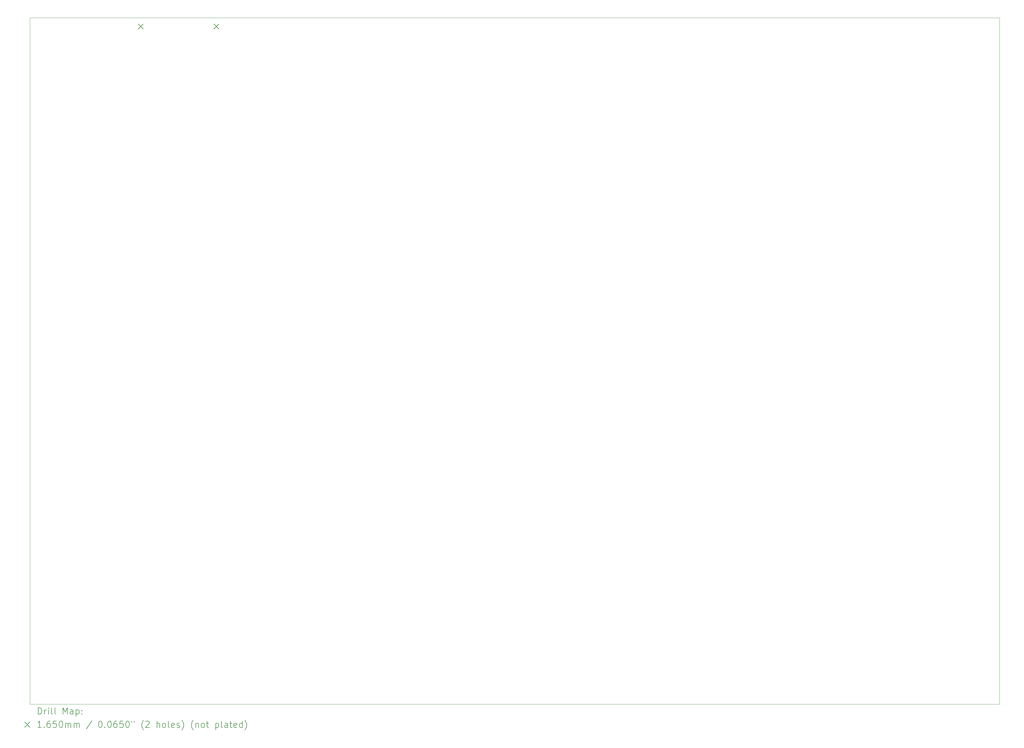
<source format=gbr>
%TF.GenerationSoftware,KiCad,Pcbnew,7.0.11*%
%TF.CreationDate,2024-05-25T01:19:42+03:00*%
%TF.ProjectId,Mad5160,4d616435-3136-4302-9e6b-696361645f70,rev?*%
%TF.SameCoordinates,Original*%
%TF.FileFunction,Drillmap*%
%TF.FilePolarity,Positive*%
%FSLAX45Y45*%
G04 Gerber Fmt 4.5, Leading zero omitted, Abs format (unit mm)*
G04 Created by KiCad (PCBNEW 7.0.11) date 2024-05-25 01:19:42*
%MOMM*%
%LPD*%
G01*
G04 APERTURE LIST*
%ADD10C,0.050000*%
%ADD11C,0.200000*%
%ADD12C,0.165000*%
G04 APERTURE END LIST*
D10*
X8326120Y-2827020D02*
X38806120Y-2827020D01*
X38806120Y-24417020D01*
X8326120Y-24417020D01*
X8326120Y-2827020D01*
D11*
D12*
X11725760Y-3021380D02*
X11890760Y-3186380D01*
X11890760Y-3021380D02*
X11725760Y-3186380D01*
X14102760Y-3021380D02*
X14267760Y-3186380D01*
X14267760Y-3021380D02*
X14102760Y-3186380D01*
D11*
X8584397Y-24731004D02*
X8584397Y-24531004D01*
X8584397Y-24531004D02*
X8632016Y-24531004D01*
X8632016Y-24531004D02*
X8660587Y-24540528D01*
X8660587Y-24540528D02*
X8679635Y-24559575D01*
X8679635Y-24559575D02*
X8689159Y-24578623D01*
X8689159Y-24578623D02*
X8698683Y-24616718D01*
X8698683Y-24616718D02*
X8698683Y-24645289D01*
X8698683Y-24645289D02*
X8689159Y-24683385D01*
X8689159Y-24683385D02*
X8679635Y-24702432D01*
X8679635Y-24702432D02*
X8660587Y-24721480D01*
X8660587Y-24721480D02*
X8632016Y-24731004D01*
X8632016Y-24731004D02*
X8584397Y-24731004D01*
X8784397Y-24731004D02*
X8784397Y-24597670D01*
X8784397Y-24635766D02*
X8793921Y-24616718D01*
X8793921Y-24616718D02*
X8803444Y-24607194D01*
X8803444Y-24607194D02*
X8822492Y-24597670D01*
X8822492Y-24597670D02*
X8841540Y-24597670D01*
X8908206Y-24731004D02*
X8908206Y-24597670D01*
X8908206Y-24531004D02*
X8898683Y-24540528D01*
X8898683Y-24540528D02*
X8908206Y-24550051D01*
X8908206Y-24550051D02*
X8917730Y-24540528D01*
X8917730Y-24540528D02*
X8908206Y-24531004D01*
X8908206Y-24531004D02*
X8908206Y-24550051D01*
X9032016Y-24731004D02*
X9012968Y-24721480D01*
X9012968Y-24721480D02*
X9003444Y-24702432D01*
X9003444Y-24702432D02*
X9003444Y-24531004D01*
X9136778Y-24731004D02*
X9117730Y-24721480D01*
X9117730Y-24721480D02*
X9108206Y-24702432D01*
X9108206Y-24702432D02*
X9108206Y-24531004D01*
X9365349Y-24731004D02*
X9365349Y-24531004D01*
X9365349Y-24531004D02*
X9432016Y-24673861D01*
X9432016Y-24673861D02*
X9498683Y-24531004D01*
X9498683Y-24531004D02*
X9498683Y-24731004D01*
X9679635Y-24731004D02*
X9679635Y-24626242D01*
X9679635Y-24626242D02*
X9670111Y-24607194D01*
X9670111Y-24607194D02*
X9651064Y-24597670D01*
X9651064Y-24597670D02*
X9612968Y-24597670D01*
X9612968Y-24597670D02*
X9593921Y-24607194D01*
X9679635Y-24721480D02*
X9660587Y-24731004D01*
X9660587Y-24731004D02*
X9612968Y-24731004D01*
X9612968Y-24731004D02*
X9593921Y-24721480D01*
X9593921Y-24721480D02*
X9584397Y-24702432D01*
X9584397Y-24702432D02*
X9584397Y-24683385D01*
X9584397Y-24683385D02*
X9593921Y-24664337D01*
X9593921Y-24664337D02*
X9612968Y-24654813D01*
X9612968Y-24654813D02*
X9660587Y-24654813D01*
X9660587Y-24654813D02*
X9679635Y-24645289D01*
X9774873Y-24597670D02*
X9774873Y-24797670D01*
X9774873Y-24607194D02*
X9793921Y-24597670D01*
X9793921Y-24597670D02*
X9832016Y-24597670D01*
X9832016Y-24597670D02*
X9851064Y-24607194D01*
X9851064Y-24607194D02*
X9860587Y-24616718D01*
X9860587Y-24616718D02*
X9870111Y-24635766D01*
X9870111Y-24635766D02*
X9870111Y-24692908D01*
X9870111Y-24692908D02*
X9860587Y-24711956D01*
X9860587Y-24711956D02*
X9851064Y-24721480D01*
X9851064Y-24721480D02*
X9832016Y-24731004D01*
X9832016Y-24731004D02*
X9793921Y-24731004D01*
X9793921Y-24731004D02*
X9774873Y-24721480D01*
X9955825Y-24711956D02*
X9965349Y-24721480D01*
X9965349Y-24721480D02*
X9955825Y-24731004D01*
X9955825Y-24731004D02*
X9946302Y-24721480D01*
X9946302Y-24721480D02*
X9955825Y-24711956D01*
X9955825Y-24711956D02*
X9955825Y-24731004D01*
X9955825Y-24607194D02*
X9965349Y-24616718D01*
X9965349Y-24616718D02*
X9955825Y-24626242D01*
X9955825Y-24626242D02*
X9946302Y-24616718D01*
X9946302Y-24616718D02*
X9955825Y-24607194D01*
X9955825Y-24607194D02*
X9955825Y-24626242D01*
D12*
X8158620Y-24977020D02*
X8323620Y-25142020D01*
X8323620Y-24977020D02*
X8158620Y-25142020D01*
D11*
X8689159Y-25151004D02*
X8574873Y-25151004D01*
X8632016Y-25151004D02*
X8632016Y-24951004D01*
X8632016Y-24951004D02*
X8612968Y-24979575D01*
X8612968Y-24979575D02*
X8593921Y-24998623D01*
X8593921Y-24998623D02*
X8574873Y-25008147D01*
X8774873Y-25131956D02*
X8784397Y-25141480D01*
X8784397Y-25141480D02*
X8774873Y-25151004D01*
X8774873Y-25151004D02*
X8765349Y-25141480D01*
X8765349Y-25141480D02*
X8774873Y-25131956D01*
X8774873Y-25131956D02*
X8774873Y-25151004D01*
X8955825Y-24951004D02*
X8917730Y-24951004D01*
X8917730Y-24951004D02*
X8898683Y-24960528D01*
X8898683Y-24960528D02*
X8889159Y-24970051D01*
X8889159Y-24970051D02*
X8870111Y-24998623D01*
X8870111Y-24998623D02*
X8860587Y-25036718D01*
X8860587Y-25036718D02*
X8860587Y-25112908D01*
X8860587Y-25112908D02*
X8870111Y-25131956D01*
X8870111Y-25131956D02*
X8879635Y-25141480D01*
X8879635Y-25141480D02*
X8898683Y-25151004D01*
X8898683Y-25151004D02*
X8936778Y-25151004D01*
X8936778Y-25151004D02*
X8955825Y-25141480D01*
X8955825Y-25141480D02*
X8965349Y-25131956D01*
X8965349Y-25131956D02*
X8974873Y-25112908D01*
X8974873Y-25112908D02*
X8974873Y-25065289D01*
X8974873Y-25065289D02*
X8965349Y-25046242D01*
X8965349Y-25046242D02*
X8955825Y-25036718D01*
X8955825Y-25036718D02*
X8936778Y-25027194D01*
X8936778Y-25027194D02*
X8898683Y-25027194D01*
X8898683Y-25027194D02*
X8879635Y-25036718D01*
X8879635Y-25036718D02*
X8870111Y-25046242D01*
X8870111Y-25046242D02*
X8860587Y-25065289D01*
X9155825Y-24951004D02*
X9060587Y-24951004D01*
X9060587Y-24951004D02*
X9051064Y-25046242D01*
X9051064Y-25046242D02*
X9060587Y-25036718D01*
X9060587Y-25036718D02*
X9079635Y-25027194D01*
X9079635Y-25027194D02*
X9127254Y-25027194D01*
X9127254Y-25027194D02*
X9146302Y-25036718D01*
X9146302Y-25036718D02*
X9155825Y-25046242D01*
X9155825Y-25046242D02*
X9165349Y-25065289D01*
X9165349Y-25065289D02*
X9165349Y-25112908D01*
X9165349Y-25112908D02*
X9155825Y-25131956D01*
X9155825Y-25131956D02*
X9146302Y-25141480D01*
X9146302Y-25141480D02*
X9127254Y-25151004D01*
X9127254Y-25151004D02*
X9079635Y-25151004D01*
X9079635Y-25151004D02*
X9060587Y-25141480D01*
X9060587Y-25141480D02*
X9051064Y-25131956D01*
X9289159Y-24951004D02*
X9308206Y-24951004D01*
X9308206Y-24951004D02*
X9327254Y-24960528D01*
X9327254Y-24960528D02*
X9336778Y-24970051D01*
X9336778Y-24970051D02*
X9346302Y-24989099D01*
X9346302Y-24989099D02*
X9355825Y-25027194D01*
X9355825Y-25027194D02*
X9355825Y-25074813D01*
X9355825Y-25074813D02*
X9346302Y-25112908D01*
X9346302Y-25112908D02*
X9336778Y-25131956D01*
X9336778Y-25131956D02*
X9327254Y-25141480D01*
X9327254Y-25141480D02*
X9308206Y-25151004D01*
X9308206Y-25151004D02*
X9289159Y-25151004D01*
X9289159Y-25151004D02*
X9270111Y-25141480D01*
X9270111Y-25141480D02*
X9260587Y-25131956D01*
X9260587Y-25131956D02*
X9251064Y-25112908D01*
X9251064Y-25112908D02*
X9241540Y-25074813D01*
X9241540Y-25074813D02*
X9241540Y-25027194D01*
X9241540Y-25027194D02*
X9251064Y-24989099D01*
X9251064Y-24989099D02*
X9260587Y-24970051D01*
X9260587Y-24970051D02*
X9270111Y-24960528D01*
X9270111Y-24960528D02*
X9289159Y-24951004D01*
X9441540Y-25151004D02*
X9441540Y-25017670D01*
X9441540Y-25036718D02*
X9451064Y-25027194D01*
X9451064Y-25027194D02*
X9470111Y-25017670D01*
X9470111Y-25017670D02*
X9498683Y-25017670D01*
X9498683Y-25017670D02*
X9517730Y-25027194D01*
X9517730Y-25027194D02*
X9527254Y-25046242D01*
X9527254Y-25046242D02*
X9527254Y-25151004D01*
X9527254Y-25046242D02*
X9536778Y-25027194D01*
X9536778Y-25027194D02*
X9555825Y-25017670D01*
X9555825Y-25017670D02*
X9584397Y-25017670D01*
X9584397Y-25017670D02*
X9603445Y-25027194D01*
X9603445Y-25027194D02*
X9612968Y-25046242D01*
X9612968Y-25046242D02*
X9612968Y-25151004D01*
X9708206Y-25151004D02*
X9708206Y-25017670D01*
X9708206Y-25036718D02*
X9717730Y-25027194D01*
X9717730Y-25027194D02*
X9736778Y-25017670D01*
X9736778Y-25017670D02*
X9765349Y-25017670D01*
X9765349Y-25017670D02*
X9784397Y-25027194D01*
X9784397Y-25027194D02*
X9793921Y-25046242D01*
X9793921Y-25046242D02*
X9793921Y-25151004D01*
X9793921Y-25046242D02*
X9803445Y-25027194D01*
X9803445Y-25027194D02*
X9822492Y-25017670D01*
X9822492Y-25017670D02*
X9851064Y-25017670D01*
X9851064Y-25017670D02*
X9870111Y-25027194D01*
X9870111Y-25027194D02*
X9879635Y-25046242D01*
X9879635Y-25046242D02*
X9879635Y-25151004D01*
X10270111Y-24941480D02*
X10098683Y-25198623D01*
X10527254Y-24951004D02*
X10546302Y-24951004D01*
X10546302Y-24951004D02*
X10565349Y-24960528D01*
X10565349Y-24960528D02*
X10574873Y-24970051D01*
X10574873Y-24970051D02*
X10584397Y-24989099D01*
X10584397Y-24989099D02*
X10593921Y-25027194D01*
X10593921Y-25027194D02*
X10593921Y-25074813D01*
X10593921Y-25074813D02*
X10584397Y-25112908D01*
X10584397Y-25112908D02*
X10574873Y-25131956D01*
X10574873Y-25131956D02*
X10565349Y-25141480D01*
X10565349Y-25141480D02*
X10546302Y-25151004D01*
X10546302Y-25151004D02*
X10527254Y-25151004D01*
X10527254Y-25151004D02*
X10508207Y-25141480D01*
X10508207Y-25141480D02*
X10498683Y-25131956D01*
X10498683Y-25131956D02*
X10489159Y-25112908D01*
X10489159Y-25112908D02*
X10479635Y-25074813D01*
X10479635Y-25074813D02*
X10479635Y-25027194D01*
X10479635Y-25027194D02*
X10489159Y-24989099D01*
X10489159Y-24989099D02*
X10498683Y-24970051D01*
X10498683Y-24970051D02*
X10508207Y-24960528D01*
X10508207Y-24960528D02*
X10527254Y-24951004D01*
X10679635Y-25131956D02*
X10689159Y-25141480D01*
X10689159Y-25141480D02*
X10679635Y-25151004D01*
X10679635Y-25151004D02*
X10670111Y-25141480D01*
X10670111Y-25141480D02*
X10679635Y-25131956D01*
X10679635Y-25131956D02*
X10679635Y-25151004D01*
X10812968Y-24951004D02*
X10832016Y-24951004D01*
X10832016Y-24951004D02*
X10851064Y-24960528D01*
X10851064Y-24960528D02*
X10860588Y-24970051D01*
X10860588Y-24970051D02*
X10870111Y-24989099D01*
X10870111Y-24989099D02*
X10879635Y-25027194D01*
X10879635Y-25027194D02*
X10879635Y-25074813D01*
X10879635Y-25074813D02*
X10870111Y-25112908D01*
X10870111Y-25112908D02*
X10860588Y-25131956D01*
X10860588Y-25131956D02*
X10851064Y-25141480D01*
X10851064Y-25141480D02*
X10832016Y-25151004D01*
X10832016Y-25151004D02*
X10812968Y-25151004D01*
X10812968Y-25151004D02*
X10793921Y-25141480D01*
X10793921Y-25141480D02*
X10784397Y-25131956D01*
X10784397Y-25131956D02*
X10774873Y-25112908D01*
X10774873Y-25112908D02*
X10765349Y-25074813D01*
X10765349Y-25074813D02*
X10765349Y-25027194D01*
X10765349Y-25027194D02*
X10774873Y-24989099D01*
X10774873Y-24989099D02*
X10784397Y-24970051D01*
X10784397Y-24970051D02*
X10793921Y-24960528D01*
X10793921Y-24960528D02*
X10812968Y-24951004D01*
X11051064Y-24951004D02*
X11012968Y-24951004D01*
X11012968Y-24951004D02*
X10993921Y-24960528D01*
X10993921Y-24960528D02*
X10984397Y-24970051D01*
X10984397Y-24970051D02*
X10965349Y-24998623D01*
X10965349Y-24998623D02*
X10955826Y-25036718D01*
X10955826Y-25036718D02*
X10955826Y-25112908D01*
X10955826Y-25112908D02*
X10965349Y-25131956D01*
X10965349Y-25131956D02*
X10974873Y-25141480D01*
X10974873Y-25141480D02*
X10993921Y-25151004D01*
X10993921Y-25151004D02*
X11032016Y-25151004D01*
X11032016Y-25151004D02*
X11051064Y-25141480D01*
X11051064Y-25141480D02*
X11060588Y-25131956D01*
X11060588Y-25131956D02*
X11070111Y-25112908D01*
X11070111Y-25112908D02*
X11070111Y-25065289D01*
X11070111Y-25065289D02*
X11060588Y-25046242D01*
X11060588Y-25046242D02*
X11051064Y-25036718D01*
X11051064Y-25036718D02*
X11032016Y-25027194D01*
X11032016Y-25027194D02*
X10993921Y-25027194D01*
X10993921Y-25027194D02*
X10974873Y-25036718D01*
X10974873Y-25036718D02*
X10965349Y-25046242D01*
X10965349Y-25046242D02*
X10955826Y-25065289D01*
X11251064Y-24951004D02*
X11155826Y-24951004D01*
X11155826Y-24951004D02*
X11146302Y-25046242D01*
X11146302Y-25046242D02*
X11155826Y-25036718D01*
X11155826Y-25036718D02*
X11174873Y-25027194D01*
X11174873Y-25027194D02*
X11222492Y-25027194D01*
X11222492Y-25027194D02*
X11241540Y-25036718D01*
X11241540Y-25036718D02*
X11251064Y-25046242D01*
X11251064Y-25046242D02*
X11260587Y-25065289D01*
X11260587Y-25065289D02*
X11260587Y-25112908D01*
X11260587Y-25112908D02*
X11251064Y-25131956D01*
X11251064Y-25131956D02*
X11241540Y-25141480D01*
X11241540Y-25141480D02*
X11222492Y-25151004D01*
X11222492Y-25151004D02*
X11174873Y-25151004D01*
X11174873Y-25151004D02*
X11155826Y-25141480D01*
X11155826Y-25141480D02*
X11146302Y-25131956D01*
X11384397Y-24951004D02*
X11403445Y-24951004D01*
X11403445Y-24951004D02*
X11422492Y-24960528D01*
X11422492Y-24960528D02*
X11432016Y-24970051D01*
X11432016Y-24970051D02*
X11441540Y-24989099D01*
X11441540Y-24989099D02*
X11451064Y-25027194D01*
X11451064Y-25027194D02*
X11451064Y-25074813D01*
X11451064Y-25074813D02*
X11441540Y-25112908D01*
X11441540Y-25112908D02*
X11432016Y-25131956D01*
X11432016Y-25131956D02*
X11422492Y-25141480D01*
X11422492Y-25141480D02*
X11403445Y-25151004D01*
X11403445Y-25151004D02*
X11384397Y-25151004D01*
X11384397Y-25151004D02*
X11365349Y-25141480D01*
X11365349Y-25141480D02*
X11355826Y-25131956D01*
X11355826Y-25131956D02*
X11346302Y-25112908D01*
X11346302Y-25112908D02*
X11336778Y-25074813D01*
X11336778Y-25074813D02*
X11336778Y-25027194D01*
X11336778Y-25027194D02*
X11346302Y-24989099D01*
X11346302Y-24989099D02*
X11355826Y-24970051D01*
X11355826Y-24970051D02*
X11365349Y-24960528D01*
X11365349Y-24960528D02*
X11384397Y-24951004D01*
X11527254Y-24951004D02*
X11527254Y-24989099D01*
X11603445Y-24951004D02*
X11603445Y-24989099D01*
X11898683Y-25227194D02*
X11889159Y-25217670D01*
X11889159Y-25217670D02*
X11870111Y-25189099D01*
X11870111Y-25189099D02*
X11860588Y-25170051D01*
X11860588Y-25170051D02*
X11851064Y-25141480D01*
X11851064Y-25141480D02*
X11841540Y-25093861D01*
X11841540Y-25093861D02*
X11841540Y-25055766D01*
X11841540Y-25055766D02*
X11851064Y-25008147D01*
X11851064Y-25008147D02*
X11860588Y-24979575D01*
X11860588Y-24979575D02*
X11870111Y-24960528D01*
X11870111Y-24960528D02*
X11889159Y-24931956D01*
X11889159Y-24931956D02*
X11898683Y-24922432D01*
X11965349Y-24970051D02*
X11974873Y-24960528D01*
X11974873Y-24960528D02*
X11993921Y-24951004D01*
X11993921Y-24951004D02*
X12041540Y-24951004D01*
X12041540Y-24951004D02*
X12060588Y-24960528D01*
X12060588Y-24960528D02*
X12070111Y-24970051D01*
X12070111Y-24970051D02*
X12079635Y-24989099D01*
X12079635Y-24989099D02*
X12079635Y-25008147D01*
X12079635Y-25008147D02*
X12070111Y-25036718D01*
X12070111Y-25036718D02*
X11955826Y-25151004D01*
X11955826Y-25151004D02*
X12079635Y-25151004D01*
X12317730Y-25151004D02*
X12317730Y-24951004D01*
X12403445Y-25151004D02*
X12403445Y-25046242D01*
X12403445Y-25046242D02*
X12393921Y-25027194D01*
X12393921Y-25027194D02*
X12374873Y-25017670D01*
X12374873Y-25017670D02*
X12346302Y-25017670D01*
X12346302Y-25017670D02*
X12327254Y-25027194D01*
X12327254Y-25027194D02*
X12317730Y-25036718D01*
X12527254Y-25151004D02*
X12508207Y-25141480D01*
X12508207Y-25141480D02*
X12498683Y-25131956D01*
X12498683Y-25131956D02*
X12489159Y-25112908D01*
X12489159Y-25112908D02*
X12489159Y-25055766D01*
X12489159Y-25055766D02*
X12498683Y-25036718D01*
X12498683Y-25036718D02*
X12508207Y-25027194D01*
X12508207Y-25027194D02*
X12527254Y-25017670D01*
X12527254Y-25017670D02*
X12555826Y-25017670D01*
X12555826Y-25017670D02*
X12574873Y-25027194D01*
X12574873Y-25027194D02*
X12584397Y-25036718D01*
X12584397Y-25036718D02*
X12593921Y-25055766D01*
X12593921Y-25055766D02*
X12593921Y-25112908D01*
X12593921Y-25112908D02*
X12584397Y-25131956D01*
X12584397Y-25131956D02*
X12574873Y-25141480D01*
X12574873Y-25141480D02*
X12555826Y-25151004D01*
X12555826Y-25151004D02*
X12527254Y-25151004D01*
X12708207Y-25151004D02*
X12689159Y-25141480D01*
X12689159Y-25141480D02*
X12679635Y-25122432D01*
X12679635Y-25122432D02*
X12679635Y-24951004D01*
X12860588Y-25141480D02*
X12841540Y-25151004D01*
X12841540Y-25151004D02*
X12803445Y-25151004D01*
X12803445Y-25151004D02*
X12784397Y-25141480D01*
X12784397Y-25141480D02*
X12774873Y-25122432D01*
X12774873Y-25122432D02*
X12774873Y-25046242D01*
X12774873Y-25046242D02*
X12784397Y-25027194D01*
X12784397Y-25027194D02*
X12803445Y-25017670D01*
X12803445Y-25017670D02*
X12841540Y-25017670D01*
X12841540Y-25017670D02*
X12860588Y-25027194D01*
X12860588Y-25027194D02*
X12870111Y-25046242D01*
X12870111Y-25046242D02*
X12870111Y-25065289D01*
X12870111Y-25065289D02*
X12774873Y-25084337D01*
X12946302Y-25141480D02*
X12965350Y-25151004D01*
X12965350Y-25151004D02*
X13003445Y-25151004D01*
X13003445Y-25151004D02*
X13022492Y-25141480D01*
X13022492Y-25141480D02*
X13032016Y-25122432D01*
X13032016Y-25122432D02*
X13032016Y-25112908D01*
X13032016Y-25112908D02*
X13022492Y-25093861D01*
X13022492Y-25093861D02*
X13003445Y-25084337D01*
X13003445Y-25084337D02*
X12974873Y-25084337D01*
X12974873Y-25084337D02*
X12955826Y-25074813D01*
X12955826Y-25074813D02*
X12946302Y-25055766D01*
X12946302Y-25055766D02*
X12946302Y-25046242D01*
X12946302Y-25046242D02*
X12955826Y-25027194D01*
X12955826Y-25027194D02*
X12974873Y-25017670D01*
X12974873Y-25017670D02*
X13003445Y-25017670D01*
X13003445Y-25017670D02*
X13022492Y-25027194D01*
X13098683Y-25227194D02*
X13108207Y-25217670D01*
X13108207Y-25217670D02*
X13127254Y-25189099D01*
X13127254Y-25189099D02*
X13136778Y-25170051D01*
X13136778Y-25170051D02*
X13146302Y-25141480D01*
X13146302Y-25141480D02*
X13155826Y-25093861D01*
X13155826Y-25093861D02*
X13155826Y-25055766D01*
X13155826Y-25055766D02*
X13146302Y-25008147D01*
X13146302Y-25008147D02*
X13136778Y-24979575D01*
X13136778Y-24979575D02*
X13127254Y-24960528D01*
X13127254Y-24960528D02*
X13108207Y-24931956D01*
X13108207Y-24931956D02*
X13098683Y-24922432D01*
X13460588Y-25227194D02*
X13451064Y-25217670D01*
X13451064Y-25217670D02*
X13432016Y-25189099D01*
X13432016Y-25189099D02*
X13422492Y-25170051D01*
X13422492Y-25170051D02*
X13412969Y-25141480D01*
X13412969Y-25141480D02*
X13403445Y-25093861D01*
X13403445Y-25093861D02*
X13403445Y-25055766D01*
X13403445Y-25055766D02*
X13412969Y-25008147D01*
X13412969Y-25008147D02*
X13422492Y-24979575D01*
X13422492Y-24979575D02*
X13432016Y-24960528D01*
X13432016Y-24960528D02*
X13451064Y-24931956D01*
X13451064Y-24931956D02*
X13460588Y-24922432D01*
X13536778Y-25017670D02*
X13536778Y-25151004D01*
X13536778Y-25036718D02*
X13546302Y-25027194D01*
X13546302Y-25027194D02*
X13565350Y-25017670D01*
X13565350Y-25017670D02*
X13593921Y-25017670D01*
X13593921Y-25017670D02*
X13612969Y-25027194D01*
X13612969Y-25027194D02*
X13622492Y-25046242D01*
X13622492Y-25046242D02*
X13622492Y-25151004D01*
X13746302Y-25151004D02*
X13727254Y-25141480D01*
X13727254Y-25141480D02*
X13717731Y-25131956D01*
X13717731Y-25131956D02*
X13708207Y-25112908D01*
X13708207Y-25112908D02*
X13708207Y-25055766D01*
X13708207Y-25055766D02*
X13717731Y-25036718D01*
X13717731Y-25036718D02*
X13727254Y-25027194D01*
X13727254Y-25027194D02*
X13746302Y-25017670D01*
X13746302Y-25017670D02*
X13774873Y-25017670D01*
X13774873Y-25017670D02*
X13793921Y-25027194D01*
X13793921Y-25027194D02*
X13803445Y-25036718D01*
X13803445Y-25036718D02*
X13812969Y-25055766D01*
X13812969Y-25055766D02*
X13812969Y-25112908D01*
X13812969Y-25112908D02*
X13803445Y-25131956D01*
X13803445Y-25131956D02*
X13793921Y-25141480D01*
X13793921Y-25141480D02*
X13774873Y-25151004D01*
X13774873Y-25151004D02*
X13746302Y-25151004D01*
X13870112Y-25017670D02*
X13946302Y-25017670D01*
X13898683Y-24951004D02*
X13898683Y-25122432D01*
X13898683Y-25122432D02*
X13908207Y-25141480D01*
X13908207Y-25141480D02*
X13927254Y-25151004D01*
X13927254Y-25151004D02*
X13946302Y-25151004D01*
X14165350Y-25017670D02*
X14165350Y-25217670D01*
X14165350Y-25027194D02*
X14184397Y-25017670D01*
X14184397Y-25017670D02*
X14222493Y-25017670D01*
X14222493Y-25017670D02*
X14241540Y-25027194D01*
X14241540Y-25027194D02*
X14251064Y-25036718D01*
X14251064Y-25036718D02*
X14260588Y-25055766D01*
X14260588Y-25055766D02*
X14260588Y-25112908D01*
X14260588Y-25112908D02*
X14251064Y-25131956D01*
X14251064Y-25131956D02*
X14241540Y-25141480D01*
X14241540Y-25141480D02*
X14222493Y-25151004D01*
X14222493Y-25151004D02*
X14184397Y-25151004D01*
X14184397Y-25151004D02*
X14165350Y-25141480D01*
X14374873Y-25151004D02*
X14355826Y-25141480D01*
X14355826Y-25141480D02*
X14346302Y-25122432D01*
X14346302Y-25122432D02*
X14346302Y-24951004D01*
X14536778Y-25151004D02*
X14536778Y-25046242D01*
X14536778Y-25046242D02*
X14527254Y-25027194D01*
X14527254Y-25027194D02*
X14508207Y-25017670D01*
X14508207Y-25017670D02*
X14470112Y-25017670D01*
X14470112Y-25017670D02*
X14451064Y-25027194D01*
X14536778Y-25141480D02*
X14517731Y-25151004D01*
X14517731Y-25151004D02*
X14470112Y-25151004D01*
X14470112Y-25151004D02*
X14451064Y-25141480D01*
X14451064Y-25141480D02*
X14441540Y-25122432D01*
X14441540Y-25122432D02*
X14441540Y-25103385D01*
X14441540Y-25103385D02*
X14451064Y-25084337D01*
X14451064Y-25084337D02*
X14470112Y-25074813D01*
X14470112Y-25074813D02*
X14517731Y-25074813D01*
X14517731Y-25074813D02*
X14536778Y-25065289D01*
X14603445Y-25017670D02*
X14679635Y-25017670D01*
X14632016Y-24951004D02*
X14632016Y-25122432D01*
X14632016Y-25122432D02*
X14641540Y-25141480D01*
X14641540Y-25141480D02*
X14660588Y-25151004D01*
X14660588Y-25151004D02*
X14679635Y-25151004D01*
X14822493Y-25141480D02*
X14803445Y-25151004D01*
X14803445Y-25151004D02*
X14765350Y-25151004D01*
X14765350Y-25151004D02*
X14746302Y-25141480D01*
X14746302Y-25141480D02*
X14736778Y-25122432D01*
X14736778Y-25122432D02*
X14736778Y-25046242D01*
X14736778Y-25046242D02*
X14746302Y-25027194D01*
X14746302Y-25027194D02*
X14765350Y-25017670D01*
X14765350Y-25017670D02*
X14803445Y-25017670D01*
X14803445Y-25017670D02*
X14822493Y-25027194D01*
X14822493Y-25027194D02*
X14832016Y-25046242D01*
X14832016Y-25046242D02*
X14832016Y-25065289D01*
X14832016Y-25065289D02*
X14736778Y-25084337D01*
X15003445Y-25151004D02*
X15003445Y-24951004D01*
X15003445Y-25141480D02*
X14984397Y-25151004D01*
X14984397Y-25151004D02*
X14946302Y-25151004D01*
X14946302Y-25151004D02*
X14927254Y-25141480D01*
X14927254Y-25141480D02*
X14917731Y-25131956D01*
X14917731Y-25131956D02*
X14908207Y-25112908D01*
X14908207Y-25112908D02*
X14908207Y-25055766D01*
X14908207Y-25055766D02*
X14917731Y-25036718D01*
X14917731Y-25036718D02*
X14927254Y-25027194D01*
X14927254Y-25027194D02*
X14946302Y-25017670D01*
X14946302Y-25017670D02*
X14984397Y-25017670D01*
X14984397Y-25017670D02*
X15003445Y-25027194D01*
X15079635Y-25227194D02*
X15089159Y-25217670D01*
X15089159Y-25217670D02*
X15108207Y-25189099D01*
X15108207Y-25189099D02*
X15117731Y-25170051D01*
X15117731Y-25170051D02*
X15127254Y-25141480D01*
X15127254Y-25141480D02*
X15136778Y-25093861D01*
X15136778Y-25093861D02*
X15136778Y-25055766D01*
X15136778Y-25055766D02*
X15127254Y-25008147D01*
X15127254Y-25008147D02*
X15117731Y-24979575D01*
X15117731Y-24979575D02*
X15108207Y-24960528D01*
X15108207Y-24960528D02*
X15089159Y-24931956D01*
X15089159Y-24931956D02*
X15079635Y-24922432D01*
M02*

</source>
